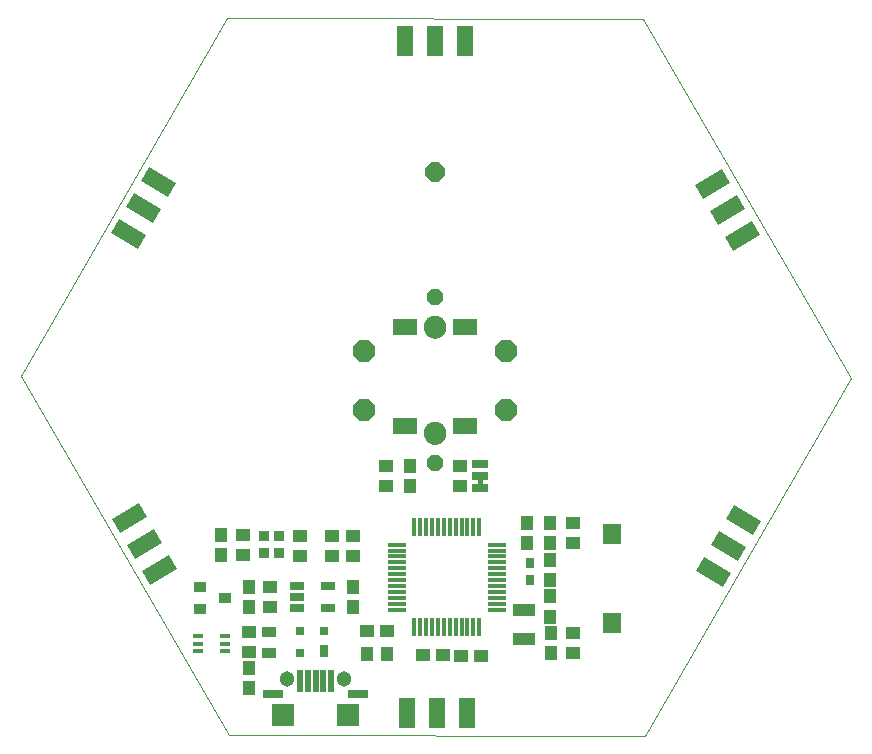
<source format=gts>
G75*
%MOIN*%
%OFA0B0*%
%FSLAX25Y25*%
%IPPOS*%
%LPD*%
%AMOC8*
5,1,8,0,0,1.08239X$1,22.5*
%
%ADD10C,0.00000*%
%ADD11R,0.04337X0.04731*%
%ADD12R,0.04731X0.04337*%
%ADD13R,0.03156X0.04337*%
%ADD14R,0.03156X0.02762*%
%ADD15R,0.05124X0.03550*%
%ADD16OC8,0.06400*%
%ADD17R,0.05400X0.10400*%
%ADD18R,0.10400X0.05400*%
%ADD19R,0.03156X0.03353*%
%ADD20R,0.03550X0.03550*%
%ADD21R,0.03943X0.03550*%
%ADD22R,0.05124X0.02565*%
%ADD23R,0.03750X0.01800*%
%ADD24R,0.06306X0.01502*%
%ADD25R,0.01502X0.06306*%
%ADD26R,0.01975X0.07487*%
%ADD27R,0.07400X0.07400*%
%ADD28C,0.05124*%
%ADD29R,0.07093X0.02900*%
%ADD30R,0.07487X0.04337*%
%ADD31R,0.08372X0.05420*%
%ADD32R,0.05400X0.02900*%
%ADD33C,0.00500*%
%ADD34R,0.05912X0.06699*%
%ADD35OC8,0.07487*%
%ADD36OC8,0.05550*%
%ADD37C,0.07487*%
D10*
X0156177Y0131750D02*
X0294617Y0131378D01*
X0363514Y0250712D01*
X0293972Y0370419D01*
X0155532Y0370791D01*
X0086634Y0251457D01*
X0156177Y0131750D01*
X0221063Y0232287D02*
X0221065Y0232405D01*
X0221071Y0232524D01*
X0221081Y0232642D01*
X0221095Y0232759D01*
X0221112Y0232876D01*
X0221134Y0232993D01*
X0221160Y0233108D01*
X0221189Y0233223D01*
X0221222Y0233337D01*
X0221259Y0233449D01*
X0221300Y0233560D01*
X0221344Y0233670D01*
X0221392Y0233778D01*
X0221444Y0233885D01*
X0221499Y0233990D01*
X0221558Y0234093D01*
X0221620Y0234193D01*
X0221685Y0234292D01*
X0221754Y0234389D01*
X0221825Y0234483D01*
X0221900Y0234574D01*
X0221978Y0234664D01*
X0222059Y0234750D01*
X0222143Y0234834D01*
X0222229Y0234915D01*
X0222319Y0234993D01*
X0222410Y0235068D01*
X0222504Y0235139D01*
X0222601Y0235208D01*
X0222700Y0235273D01*
X0222800Y0235335D01*
X0222903Y0235394D01*
X0223008Y0235449D01*
X0223115Y0235501D01*
X0223223Y0235549D01*
X0223333Y0235593D01*
X0223444Y0235634D01*
X0223556Y0235671D01*
X0223670Y0235704D01*
X0223785Y0235733D01*
X0223900Y0235759D01*
X0224017Y0235781D01*
X0224134Y0235798D01*
X0224251Y0235812D01*
X0224369Y0235822D01*
X0224488Y0235828D01*
X0224606Y0235830D01*
X0224724Y0235828D01*
X0224843Y0235822D01*
X0224961Y0235812D01*
X0225078Y0235798D01*
X0225195Y0235781D01*
X0225312Y0235759D01*
X0225427Y0235733D01*
X0225542Y0235704D01*
X0225656Y0235671D01*
X0225768Y0235634D01*
X0225879Y0235593D01*
X0225989Y0235549D01*
X0226097Y0235501D01*
X0226204Y0235449D01*
X0226309Y0235394D01*
X0226412Y0235335D01*
X0226512Y0235273D01*
X0226611Y0235208D01*
X0226708Y0235139D01*
X0226802Y0235068D01*
X0226893Y0234993D01*
X0226983Y0234915D01*
X0227069Y0234834D01*
X0227153Y0234750D01*
X0227234Y0234664D01*
X0227312Y0234574D01*
X0227387Y0234483D01*
X0227458Y0234389D01*
X0227527Y0234292D01*
X0227592Y0234193D01*
X0227654Y0234093D01*
X0227713Y0233990D01*
X0227768Y0233885D01*
X0227820Y0233778D01*
X0227868Y0233670D01*
X0227912Y0233560D01*
X0227953Y0233449D01*
X0227990Y0233337D01*
X0228023Y0233223D01*
X0228052Y0233108D01*
X0228078Y0232993D01*
X0228100Y0232876D01*
X0228117Y0232759D01*
X0228131Y0232642D01*
X0228141Y0232524D01*
X0228147Y0232405D01*
X0228149Y0232287D01*
X0228147Y0232169D01*
X0228141Y0232050D01*
X0228131Y0231932D01*
X0228117Y0231815D01*
X0228100Y0231698D01*
X0228078Y0231581D01*
X0228052Y0231466D01*
X0228023Y0231351D01*
X0227990Y0231237D01*
X0227953Y0231125D01*
X0227912Y0231014D01*
X0227868Y0230904D01*
X0227820Y0230796D01*
X0227768Y0230689D01*
X0227713Y0230584D01*
X0227654Y0230481D01*
X0227592Y0230381D01*
X0227527Y0230282D01*
X0227458Y0230185D01*
X0227387Y0230091D01*
X0227312Y0230000D01*
X0227234Y0229910D01*
X0227153Y0229824D01*
X0227069Y0229740D01*
X0226983Y0229659D01*
X0226893Y0229581D01*
X0226802Y0229506D01*
X0226708Y0229435D01*
X0226611Y0229366D01*
X0226512Y0229301D01*
X0226412Y0229239D01*
X0226309Y0229180D01*
X0226204Y0229125D01*
X0226097Y0229073D01*
X0225989Y0229025D01*
X0225879Y0228981D01*
X0225768Y0228940D01*
X0225656Y0228903D01*
X0225542Y0228870D01*
X0225427Y0228841D01*
X0225312Y0228815D01*
X0225195Y0228793D01*
X0225078Y0228776D01*
X0224961Y0228762D01*
X0224843Y0228752D01*
X0224724Y0228746D01*
X0224606Y0228744D01*
X0224488Y0228746D01*
X0224369Y0228752D01*
X0224251Y0228762D01*
X0224134Y0228776D01*
X0224017Y0228793D01*
X0223900Y0228815D01*
X0223785Y0228841D01*
X0223670Y0228870D01*
X0223556Y0228903D01*
X0223444Y0228940D01*
X0223333Y0228981D01*
X0223223Y0229025D01*
X0223115Y0229073D01*
X0223008Y0229125D01*
X0222903Y0229180D01*
X0222800Y0229239D01*
X0222700Y0229301D01*
X0222601Y0229366D01*
X0222504Y0229435D01*
X0222410Y0229506D01*
X0222319Y0229581D01*
X0222229Y0229659D01*
X0222143Y0229740D01*
X0222059Y0229824D01*
X0221978Y0229910D01*
X0221900Y0230000D01*
X0221825Y0230091D01*
X0221754Y0230185D01*
X0221685Y0230282D01*
X0221620Y0230381D01*
X0221558Y0230481D01*
X0221499Y0230584D01*
X0221444Y0230689D01*
X0221392Y0230796D01*
X0221344Y0230904D01*
X0221300Y0231014D01*
X0221259Y0231125D01*
X0221222Y0231237D01*
X0221189Y0231351D01*
X0221160Y0231466D01*
X0221134Y0231581D01*
X0221112Y0231698D01*
X0221095Y0231815D01*
X0221081Y0231932D01*
X0221071Y0232050D01*
X0221065Y0232169D01*
X0221063Y0232287D01*
X0221063Y0267720D02*
X0221065Y0267838D01*
X0221071Y0267957D01*
X0221081Y0268075D01*
X0221095Y0268192D01*
X0221112Y0268309D01*
X0221134Y0268426D01*
X0221160Y0268541D01*
X0221189Y0268656D01*
X0221222Y0268770D01*
X0221259Y0268882D01*
X0221300Y0268993D01*
X0221344Y0269103D01*
X0221392Y0269211D01*
X0221444Y0269318D01*
X0221499Y0269423D01*
X0221558Y0269526D01*
X0221620Y0269626D01*
X0221685Y0269725D01*
X0221754Y0269822D01*
X0221825Y0269916D01*
X0221900Y0270007D01*
X0221978Y0270097D01*
X0222059Y0270183D01*
X0222143Y0270267D01*
X0222229Y0270348D01*
X0222319Y0270426D01*
X0222410Y0270501D01*
X0222504Y0270572D01*
X0222601Y0270641D01*
X0222700Y0270706D01*
X0222800Y0270768D01*
X0222903Y0270827D01*
X0223008Y0270882D01*
X0223115Y0270934D01*
X0223223Y0270982D01*
X0223333Y0271026D01*
X0223444Y0271067D01*
X0223556Y0271104D01*
X0223670Y0271137D01*
X0223785Y0271166D01*
X0223900Y0271192D01*
X0224017Y0271214D01*
X0224134Y0271231D01*
X0224251Y0271245D01*
X0224369Y0271255D01*
X0224488Y0271261D01*
X0224606Y0271263D01*
X0224724Y0271261D01*
X0224843Y0271255D01*
X0224961Y0271245D01*
X0225078Y0271231D01*
X0225195Y0271214D01*
X0225312Y0271192D01*
X0225427Y0271166D01*
X0225542Y0271137D01*
X0225656Y0271104D01*
X0225768Y0271067D01*
X0225879Y0271026D01*
X0225989Y0270982D01*
X0226097Y0270934D01*
X0226204Y0270882D01*
X0226309Y0270827D01*
X0226412Y0270768D01*
X0226512Y0270706D01*
X0226611Y0270641D01*
X0226708Y0270572D01*
X0226802Y0270501D01*
X0226893Y0270426D01*
X0226983Y0270348D01*
X0227069Y0270267D01*
X0227153Y0270183D01*
X0227234Y0270097D01*
X0227312Y0270007D01*
X0227387Y0269916D01*
X0227458Y0269822D01*
X0227527Y0269725D01*
X0227592Y0269626D01*
X0227654Y0269526D01*
X0227713Y0269423D01*
X0227768Y0269318D01*
X0227820Y0269211D01*
X0227868Y0269103D01*
X0227912Y0268993D01*
X0227953Y0268882D01*
X0227990Y0268770D01*
X0228023Y0268656D01*
X0228052Y0268541D01*
X0228078Y0268426D01*
X0228100Y0268309D01*
X0228117Y0268192D01*
X0228131Y0268075D01*
X0228141Y0267957D01*
X0228147Y0267838D01*
X0228149Y0267720D01*
X0228147Y0267602D01*
X0228141Y0267483D01*
X0228131Y0267365D01*
X0228117Y0267248D01*
X0228100Y0267131D01*
X0228078Y0267014D01*
X0228052Y0266899D01*
X0228023Y0266784D01*
X0227990Y0266670D01*
X0227953Y0266558D01*
X0227912Y0266447D01*
X0227868Y0266337D01*
X0227820Y0266229D01*
X0227768Y0266122D01*
X0227713Y0266017D01*
X0227654Y0265914D01*
X0227592Y0265814D01*
X0227527Y0265715D01*
X0227458Y0265618D01*
X0227387Y0265524D01*
X0227312Y0265433D01*
X0227234Y0265343D01*
X0227153Y0265257D01*
X0227069Y0265173D01*
X0226983Y0265092D01*
X0226893Y0265014D01*
X0226802Y0264939D01*
X0226708Y0264868D01*
X0226611Y0264799D01*
X0226512Y0264734D01*
X0226412Y0264672D01*
X0226309Y0264613D01*
X0226204Y0264558D01*
X0226097Y0264506D01*
X0225989Y0264458D01*
X0225879Y0264414D01*
X0225768Y0264373D01*
X0225656Y0264336D01*
X0225542Y0264303D01*
X0225427Y0264274D01*
X0225312Y0264248D01*
X0225195Y0264226D01*
X0225078Y0264209D01*
X0224961Y0264195D01*
X0224843Y0264185D01*
X0224724Y0264179D01*
X0224606Y0264177D01*
X0224488Y0264179D01*
X0224369Y0264185D01*
X0224251Y0264195D01*
X0224134Y0264209D01*
X0224017Y0264226D01*
X0223900Y0264248D01*
X0223785Y0264274D01*
X0223670Y0264303D01*
X0223556Y0264336D01*
X0223444Y0264373D01*
X0223333Y0264414D01*
X0223223Y0264458D01*
X0223115Y0264506D01*
X0223008Y0264558D01*
X0222903Y0264613D01*
X0222800Y0264672D01*
X0222700Y0264734D01*
X0222601Y0264799D01*
X0222504Y0264868D01*
X0222410Y0264939D01*
X0222319Y0265014D01*
X0222229Y0265092D01*
X0222143Y0265173D01*
X0222059Y0265257D01*
X0221978Y0265343D01*
X0221900Y0265433D01*
X0221825Y0265524D01*
X0221754Y0265618D01*
X0221685Y0265715D01*
X0221620Y0265814D01*
X0221558Y0265914D01*
X0221499Y0266017D01*
X0221444Y0266122D01*
X0221392Y0266229D01*
X0221344Y0266337D01*
X0221300Y0266447D01*
X0221259Y0266558D01*
X0221222Y0266670D01*
X0221189Y0266784D01*
X0221160Y0266899D01*
X0221134Y0267014D01*
X0221112Y0267131D01*
X0221095Y0267248D01*
X0221081Y0267365D01*
X0221071Y0267483D01*
X0221065Y0267602D01*
X0221063Y0267720D01*
D11*
X0216224Y0221360D03*
X0216224Y0214667D03*
X0197524Y0181058D03*
X0197524Y0174365D03*
X0201978Y0158562D03*
X0208670Y0158562D03*
X0162624Y0154008D03*
X0162624Y0147315D03*
X0162674Y0174365D03*
X0162674Y0181058D03*
X0153374Y0191565D03*
X0153374Y0198258D03*
X0255424Y0195615D03*
X0255424Y0202308D03*
X0262937Y0202321D03*
X0262937Y0195628D03*
X0262974Y0190008D03*
X0262974Y0183315D03*
X0263074Y0177908D03*
X0263074Y0171215D03*
X0263274Y0165708D03*
X0263274Y0159015D03*
D12*
X0270574Y0158965D03*
X0270574Y0165658D03*
X0270574Y0195665D03*
X0270574Y0202358D03*
X0233125Y0214715D03*
X0233125Y0221408D03*
X0208225Y0221308D03*
X0208225Y0214615D03*
X0197374Y0198108D03*
X0197374Y0191415D03*
X0190274Y0191465D03*
X0190274Y0198158D03*
X0179624Y0198108D03*
X0179624Y0191415D03*
X0169674Y0181058D03*
X0169674Y0174365D03*
X0162674Y0166058D03*
X0162674Y0159365D03*
X0160724Y0191565D03*
X0160724Y0198258D03*
X0201978Y0166512D03*
X0208670Y0166512D03*
X0220628Y0158262D03*
X0227320Y0158262D03*
X0233328Y0158212D03*
X0240020Y0158212D03*
D13*
X0187561Y0159759D03*
D14*
X0187561Y0166452D03*
X0179687Y0166452D03*
X0179687Y0158972D03*
D15*
X0169324Y0159068D03*
X0169324Y0166155D03*
D16*
X0224625Y0319362D03*
D17*
X0224752Y0363105D03*
X0234752Y0363105D03*
X0214752Y0363105D03*
X0215397Y0139064D03*
X0225397Y0139064D03*
X0235397Y0139064D03*
D18*
G36*
X0314417Y0191073D02*
X0323423Y0185874D01*
X0320723Y0181197D01*
X0311717Y0186396D01*
X0314417Y0191073D01*
G37*
G36*
X0319417Y0199733D02*
X0328423Y0194534D01*
X0325723Y0189857D01*
X0316717Y0195056D01*
X0319417Y0199733D01*
G37*
G36*
X0324417Y0208393D02*
X0333423Y0203194D01*
X0330723Y0198517D01*
X0321717Y0203716D01*
X0324417Y0208393D01*
G37*
G36*
X0321440Y0297831D02*
X0330446Y0303030D01*
X0333146Y0298353D01*
X0324140Y0293154D01*
X0321440Y0297831D01*
G37*
G36*
X0316440Y0306491D02*
X0325446Y0311690D01*
X0328146Y0307013D01*
X0319140Y0301814D01*
X0316440Y0306491D01*
G37*
G36*
X0311440Y0315151D02*
X0320446Y0320350D01*
X0323146Y0315673D01*
X0314140Y0310474D01*
X0311440Y0315151D01*
G37*
G36*
X0135731Y0311096D02*
X0126725Y0316295D01*
X0129425Y0320972D01*
X0138431Y0315773D01*
X0135731Y0311096D01*
G37*
G36*
X0130731Y0302436D02*
X0121725Y0307635D01*
X0124425Y0312312D01*
X0133431Y0307113D01*
X0130731Y0302436D01*
G37*
G36*
X0125731Y0293776D02*
X0116725Y0298975D01*
X0119425Y0303652D01*
X0128431Y0298453D01*
X0125731Y0293776D01*
G37*
G36*
X0128754Y0204275D02*
X0119748Y0199076D01*
X0117048Y0203753D01*
X0126054Y0208952D01*
X0128754Y0204275D01*
G37*
G36*
X0133754Y0195615D02*
X0124748Y0190416D01*
X0122048Y0195093D01*
X0131054Y0200292D01*
X0133754Y0195615D01*
G37*
G36*
X0138754Y0186954D02*
X0129748Y0181755D01*
X0127048Y0186432D01*
X0136054Y0191631D01*
X0138754Y0186954D01*
G37*
D19*
X0256424Y0189066D03*
X0256424Y0183357D03*
D20*
X0172674Y0192259D03*
X0167674Y0192259D03*
X0167674Y0198164D03*
X0172674Y0198164D03*
D21*
X0154605Y0177362D03*
X0146337Y0181102D03*
X0146337Y0173622D03*
D22*
X0178806Y0173972D03*
X0178806Y0177712D03*
X0178806Y0181452D03*
X0189042Y0181452D03*
X0189042Y0173972D03*
D23*
X0154699Y0164771D03*
X0154699Y0162212D03*
X0154699Y0159653D03*
X0145749Y0159653D03*
X0145749Y0162212D03*
X0145749Y0164771D03*
D24*
X0211891Y0173512D03*
X0211891Y0175481D03*
X0211891Y0177449D03*
X0211891Y0179418D03*
X0211891Y0181386D03*
X0211891Y0183355D03*
X0211891Y0185323D03*
X0211891Y0187292D03*
X0211891Y0189260D03*
X0211891Y0191229D03*
X0211891Y0193197D03*
X0211891Y0195166D03*
X0245356Y0195166D03*
X0245356Y0193197D03*
X0245356Y0191229D03*
X0245356Y0189260D03*
X0245356Y0187292D03*
X0245356Y0185323D03*
X0245356Y0183355D03*
X0245356Y0181386D03*
X0245356Y0179418D03*
X0245356Y0177449D03*
X0245356Y0175481D03*
X0245356Y0173512D03*
D25*
X0239451Y0167607D03*
X0237482Y0167607D03*
X0235514Y0167607D03*
X0233545Y0167607D03*
X0231577Y0167607D03*
X0229608Y0167607D03*
X0227640Y0167607D03*
X0225671Y0167607D03*
X0223702Y0167607D03*
X0221734Y0167607D03*
X0219765Y0167607D03*
X0217797Y0167607D03*
X0217797Y0201071D03*
X0219765Y0201071D03*
X0221734Y0201071D03*
X0223702Y0201071D03*
X0225671Y0201071D03*
X0227640Y0201071D03*
X0229608Y0201071D03*
X0231577Y0201071D03*
X0233545Y0201071D03*
X0235514Y0201071D03*
X0237482Y0201071D03*
X0239451Y0201071D03*
D26*
X0190047Y0149819D03*
X0187488Y0149819D03*
X0184929Y0149819D03*
X0182370Y0149819D03*
X0179811Y0149819D03*
D27*
X0174201Y0138402D03*
X0195658Y0138402D03*
D28*
X0194477Y0150331D03*
X0175382Y0150331D03*
D29*
X0170756Y0145489D03*
X0199103Y0145489D03*
D30*
X0254524Y0163690D03*
X0254524Y0173533D03*
D31*
X0234567Y0234847D03*
X0214586Y0234847D03*
X0214586Y0267619D03*
X0234567Y0267619D03*
D32*
X0239825Y0221962D03*
X0239825Y0217962D03*
X0239825Y0213962D03*
D33*
X0239325Y0215212D02*
X0239325Y0216712D01*
X0240325Y0216712D01*
X0240325Y0215212D01*
X0239325Y0215212D01*
X0239325Y0215307D02*
X0240325Y0215307D01*
X0240325Y0215805D02*
X0239325Y0215805D01*
X0239325Y0216304D02*
X0240325Y0216304D01*
D34*
X0283700Y0198651D03*
X0283700Y0169124D03*
D35*
X0248228Y0240161D03*
X0248228Y0259846D03*
X0200984Y0259846D03*
X0200984Y0240161D03*
D36*
X0224606Y0222445D03*
X0224606Y0277563D03*
D37*
X0224606Y0267720D03*
X0224606Y0232287D03*
M02*

</source>
